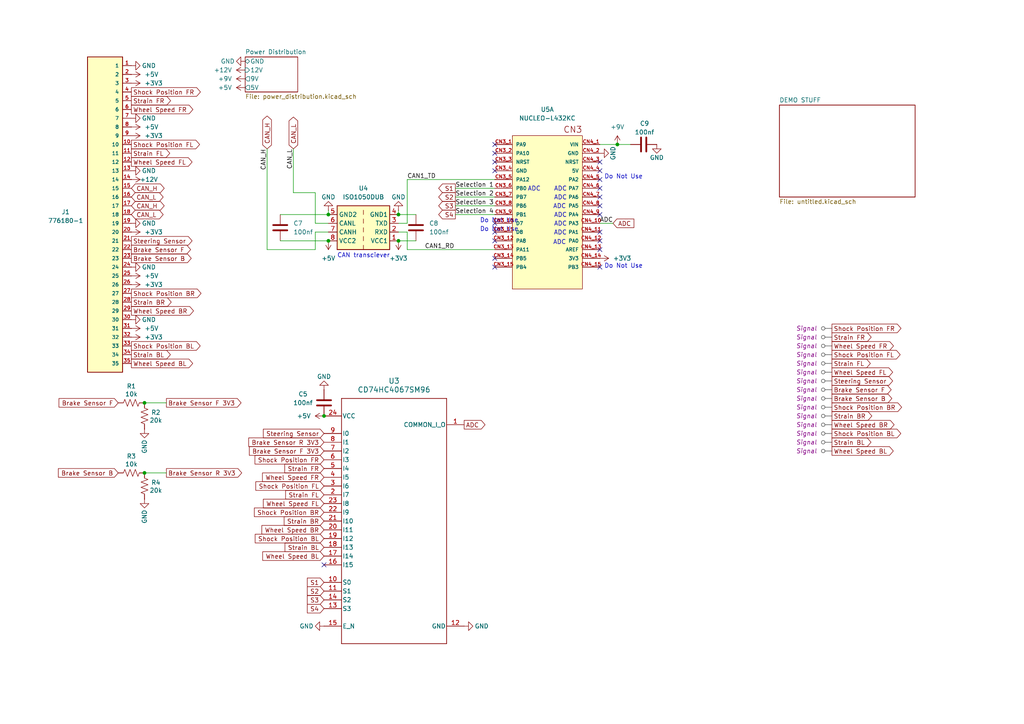
<source format=kicad_sch>
(kicad_sch (version 20231120) (generator "eeschema") (generator_version "8.0")
  (paper "A4")
  (title_block (title "Telemetry Board") (date "2024-10-24") (rev "1.0"))
  (lib_symbols
    (symbol "1FS_2_Global_Symbol_Library:776180-1" (pin_names (offset 1.016))
      (property "Reference" "J" (at -5.0846 43.9815 0))
      (property "Value" "776180-1" (at -5.3391 -50.5938 0))
      (symbol "776180-1_0_0"
        (rectangle (start -5.08 -48.26) (end 5.08 43.18) (stroke (width 0.254)) (fill (type background)))
        (pin passive line (at 7.62 40.64 180) (length 2.54) (name "1") (number "1"))
        (pin passive line (at 7.62 17.78 180) (length 2.54) (name "10") (number "10"))
        (pin passive line (at 7.62 15.24 180) (length 2.54) (name "11") (number "11"))
        (pin passive line (at 7.62 12.7 180) (length 2.54) (name "12") (number "12"))
        (pin passive line (at 7.62 10.16 180) (length 2.54) (name "13") (number "13"))
        (pin passive line (at 7.62 7.62 180) (length 2.54) (name "14") (number "14"))
        (pin passive line (at 7.62 5.08 180) (length 2.54) (name "15") (number "15"))
        (pin passive line (at 7.62 2.54 180) (length 2.54) (name "16") (number "16"))
        (pin passive line (at 7.62 0 180) (length 2.54) (name "17") (number "17"))
        (pin passive line (at 7.62 -2.54 180) (length 2.54) (name "18") (number "18"))
        (pin passive line (at 7.62 -5.08 180) (length 2.54) (name "19") (number "19"))
        (pin passive line (at 7.62 38.1 180) (length 2.54) (name "2") (number "2"))
        (pin passive line (at 7.62 -7.62 180) (length 2.54) (name "20") (number "20"))
        (pin passive line (at 7.62 -10.16 180) (length 2.54) (name "21") (number "21"))
        (pin passive line (at 7.62 -12.7 180) (length 2.54) (name "22") (number "22"))
        (pin passive line (at 7.62 -15.24 180) (length 2.54) (name "23") (number "23"))
        (pin passive line (at 7.62 -17.78 180) (length 2.54) (name "24") (number "24"))
        (pin passive line (at 7.62 -20.32 180) (length 2.54) (name "25") (number "25"))
        (pin passive line (at 7.62 -22.86 180) (length 2.54) (name "26") (number "26"))
        (pin passive line (at 7.62 -25.4 180) (length 2.54) (name "27") (number "27"))
        (pin passive line (at 7.62 -27.94 180) (length 2.54) (name "28") (number "28"))
        (pin passive line (at 7.62 -30.48 180) (length 2.54) (name "29") (number "29"))
        (pin passive line (at 7.62 35.56 180) (length 2.54) (name "3") (number "3"))
        (pin passive line (at 7.62 -33.02 180) (length 2.54) (name "30") (number "30"))
        (pin passive line (at 7.62 -35.56 180) (length 2.54) (name "31") (number "31"))
        (pin passive line (at 7.62 -38.1 180) (length 2.54) (name "32") (number "32"))
        (pin passive line (at 7.62 -40.64 180) (length 2.54) (name "33") (number "33"))
        (pin passive line (at 7.62 -43.18 180) (length 2.54) (name "34") (number "34"))
        (pin passive line (at 7.62 -45.72 180) (length 2.54) (name "35") (number "35"))
        (pin passive line (at 7.62 33.02 180) (length 2.54) (name "4") (number "4"))
        (pin passive line (at 7.62 30.48 180) (length 2.54) (name "5") (number "5"))
        (pin passive line (at 7.62 27.94 180) (length 2.54) (name "6") (number "6"))
        (pin passive line (at 7.62 25.4 180) (length 2.54) (name "7") (number "7"))
        (pin passive line (at 7.62 22.86 180) (length 2.54) (name "8") (number "8"))
        (pin passive line (at 7.62 20.32 180) (length 2.54) (name "9") (number "9"))
      )
    )
    (symbol "1FS_2_Global_Symbol_Library:CD74HC4067SM96" (pin_names (offset 0.254))
      (property "Reference" "U" (at 0 2.54 0))
      (property "Value" "CD74HC4067SM96" (at 0 0 0))
      (symbol "CD74HC4067SM96_0_1"
        (polyline (pts (xy -15.24 -35.56) (xy 15.24 -35.56)) (stroke (width 0.2032)))
        (polyline (pts (xy -15.24 35.56) (xy -15.24 -35.56)) (stroke (width 0.2032)))
        (polyline (pts (xy 15.24 -35.56) (xy 15.24 35.56)) (stroke (width 0.2032)))
        (polyline (pts (xy 15.24 35.56) (xy -15.24 35.56)) (stroke (width 0.2032)))
        (pin bidirectional line (at 20.32 27.94 180) (length 5.08) (name "COMMON_I_O") (number "1"))
        (pin input line (at -20.32 -17.78 0) (length 5.08) (name "S0") (number "10"))
        (pin input line (at -20.32 -20.32 0) (length 5.08) (name "S1") (number "11"))
        (pin power_in line (at 20.32 -30.48 180) (length 5.08) (name "GND") (number "12"))
        (pin input line (at -20.32 -25.4 0) (length 5.08) (name "S3") (number "13"))
        (pin input line (at -20.32 -22.86 0) (length 5.08) (name "S2") (number "14"))
        (pin input line (at -20.32 -30.48 0) (length 5.08) (name "E_N") (number "15"))
        (pin input line (at -20.32 -12.7 0) (length 5.08) (name "I15") (number "16"))
        (pin input line (at -20.32 -10.16 0) (length 5.08) (name "I14") (number "17"))
        (pin input line (at -20.32 -7.62 0) (length 5.08) (name "I13") (number "18"))
        (pin input line (at -20.32 -5.08 0) (length 5.08) (name "I12") (number "19"))
        (pin input line (at -20.32 7.62 0) (length 5.08) (name "I7") (number "2"))
        (pin input line (at -20.32 -2.54 0) (length 5.08) (name "I11") (number "20"))
        (pin input line (at -20.32 0 0) (length 5.08) (name "I10") (number "21"))
        (pin input line (at -20.32 2.54 0) (length 5.08) (name "I9") (number "22"))
        (pin input line (at -20.32 5.08 0) (length 5.08) (name "I8") (number "23"))
        (pin power_in line (at -20.32 30.48 0) (length 5.08) (name "VCC") (number "24"))
        (pin input line (at -20.32 10.16 0) (length 5.08) (name "I6") (number "3"))
        (pin input line (at -20.32 12.7 0) (length 5.08) (name "I5") (number "4"))
        (pin input line (at -20.32 15.24 0) (length 5.08) (name "I4") (number "5"))
        (pin input line (at -20.32 17.78 0) (length 5.08) (name "I3") (number "6"))
        (pin input line (at -20.32 20.32 0) (length 5.08) (name "I2") (number "7"))
        (pin input line (at -20.32 22.86 0) (length 5.08) (name "I1") (number "8"))
        (pin input line (at -20.32 25.4 0) (length 5.08) (name "I0") (number "9"))
      )
    )
    (symbol "1_ACC_BOARD:NUCLEO-L432KC" (pin_names (offset 1.016))
      (property "Reference" "U" (at 10.16 21.082 0))
      (property "Value" "NUCLEO-L432KC" (at -7.62 -25.4 0))
      (symbol "NUCLEO-L432KC_1_0"
        (rectangle (start -10.16 17.78) (end 10.16 -26.67) (stroke (width 0.1524)) (fill (type background)))
        (text "CN3" (at 10.16 18.542 0) (effects (font (size 1.778 1.778)) (justify right bottom)))
        (pin bidirectional line (at -15.24 15.24 0) (length 5.08) (name "PA9") (number "CN3_1"))
        (pin bidirectional line (at -15.24 -12.7 0) (length 5.08) (name "PA8") (number "CN3_12"))
        (pin bidirectional line (at -15.24 -15.24 0) (length 5.08) (name "PA11") (number "CN3_13"))
        (pin bidirectional line (at -15.24 -17.78 0) (length 5.08) (name "PB5") (number "CN3_14"))
        (pin bidirectional line (at -15.24 -20.32 0) (length 5.08) (name "PB4") (number "CN3_15"))
        (pin bidirectional line (at -15.24 12.7 0) (length 5.08) (name "PA10") (number "CN3_2"))
        (pin bidirectional line (at -15.24 5.08 0) (length 5.08) (name "PA12") (number "CN3_5"))
        (pin bidirectional line (at -15.24 2.54 0) (length 5.08) (name "PB0") (number "CN3_6"))
        (pin bidirectional line (at -15.24 0 0) (length 5.08) (name "PB7") (number "CN3_7"))
        (pin bidirectional line (at -15.24 -2.54 0) (length 5.08) (name "PB6") (number "CN3_8"))
        (pin bidirectional line (at -15.24 -5.08 0) (length 5.08) (name "PB1") (number "CN3_9"))
      )
      (symbol "NUCLEO-L432KC_1_1"
        (pin bidirectional line (at -15.24 -7.62 0) (length 5.08) (name "D7") (number "CN3_10"))
        (pin bidirectional line (at -15.24 -10.16 0) (length 5.08) (name "D8") (number "CN3_11"))
        (pin bidirectional line (at -15.24 10.16 0) (length 5.08) (name "NRST") (number "CN3_3"))
        (pin power_in line (at -15.24 7.62 0) (length 5.08) (name "GND") (number "CN3_4"))
        (pin power_in line (at 15.24 15.24 180) (length 5.08) (name "VIN") (number "CN4_1"))
        (pin bidirectional line (at 15.24 -7.62 180) (length 5.08) (name "PA3") (number "CN4_10"))
        (pin bidirectional line (at 15.24 -10.16 180) (length 5.08) (name "PA1") (number "CN4_11"))
        (pin bidirectional line (at 15.24 -12.7 180) (length 5.08) (name "PA0") (number "CN4_12"))
        (pin bidirectional line (at 15.24 -15.24 180) (length 5.08) (name "AREF") (number "CN4_13"))
        (pin power_out line (at 15.24 -17.78 180) (length 5.08) (name "3V3") (number "CN4_14"))
        (pin bidirectional line (at 15.24 -20.32 180) (length 5.08) (name "PB3") (number "CN4_15"))
        (pin power_in line (at 15.24 12.7 180) (length 5.08) (name "GND") (number "CN4_2"))
        (pin bidirectional line (at 15.24 10.16 180) (length 5.08) (name "NRST") (number "CN4_3"))
        (pin power_out line (at 15.24 7.62 180) (length 5.08) (name "5V") (number "CN4_4"))
        (pin bidirectional line (at 15.24 5.08 180) (length 5.08) (name "PA2") (number "CN4_5"))
        (pin bidirectional line (at 15.24 2.54 180) (length 5.08) (name "PA7") (number "CN4_6"))
        (pin bidirectional line (at 15.24 0 180) (length 5.08) (name "PA6") (number "CN4_7"))
        (pin bidirectional line (at 15.24 -2.54 180) (length 5.08) (name "PA5") (number "CN4_8"))
        (pin bidirectional line (at 15.24 -5.08 180) (length 5.08) (name "PA4") (number "CN4_9"))
      )
      (symbol "NUCLEO-L432KC_2_0"
        (rectangle (start -10.16 -17.78) (end 10.16 17.78) (stroke (width 0.1524)) (fill (type background)))
        (text "CN4" (at -10.16 18.542 0) (effects (font (size 1.778 1.778)) (justify left bottom)))
        (pin input line (at -15.24 7.62 0) (length 5.08) (name "VIN") (number "CN4_1"))
        (pin bidirectional line (at -15.24 -10.16 0) (length 5.08) (name "PA3") (number "CN4_10"))
        (pin bidirectional line (at -15.24 -5.08 0) (length 5.08) (name "PA1") (number "CN4_11"))
        (pin bidirectional line (at -15.24 -2.54 0) (length 5.08) (name "PA0") (number "CN4_12"))
        (pin bidirectional line (at 15.24 7.62 180) (length 5.08) (name "AREF") (number "CN4_13"))
        (pin power_in line (at 15.24 12.7 180) (length 5.08) (name "+3V3") (number "CN4_14"))
        (pin bidirectional line (at 15.24 2.54 180) (length 5.08) (name "PB3") (number "CN4_15"))
        (pin power_in line (at 15.24 -15.24 180) (length 5.08) (name "GND_CN4") (number "CN4_2"))
        (pin bidirectional line (at -15.24 2.54 0) (length 5.08) (name "NRST_CN4") (number "CN4_3"))
        (pin power_in line (at 15.24 15.24 180) (length 5.08) (name "+5V") (number "CN4_4"))
        (pin bidirectional line (at -15.24 -7.62 0) (length 5.08) (name "PA2") (number "CN4_5"))
        (pin bidirectional line (at 15.24 -10.16 180) (length 5.08) (name "PA7") (number "CN4_6"))
        (pin bidirectional line (at 15.24 -7.62 180) (length 5.08) (name "PA6") (number "CN4_7"))
        (pin bidirectional line (at 15.24 -5.08 180) (length 5.08) (name "PA5") (number "CN4_8"))
        (pin bidirectional line (at 15.24 -2.54 180) (length 5.08) (name "PA4") (number "CN4_9"))
      )
      (symbol "NUCLEO-L432KC_2_1"
        (pin bidirectional line (at 17.78 6.35 180) (length 5.08) (name "PA2") (number "-UB"))
      )
    )
    (symbol "Device:C" (pin_numbers hide) (pin_names (offset 0.254))
      (property "Reference" "C" (at 0.635 2.54 0))
      (property "Value" "C" (at 0.635 -2.54 0))
      (symbol "C_0_1"
        (polyline (pts (xy -2.032 -0.762) (xy 2.032 -0.762)) (stroke (width 0.508)))
        (polyline (pts (xy -2.032 0.762) (xy 2.032 0.762)) (stroke (width 0.508)))
      )
      (symbol "C_1_1"
        (pin passive line (at 0 3.81 270) (length 2.794) (name "~") (number "1"))
        (pin passive line (at 0 -3.81 90) (length 2.794) (name "~") (number "2"))
      )
    )
    (symbol "Device:R_US" (pin_numbers hide) (pin_names (offset 0))
      (property "Reference" "R" (at 2.54 0 90))
      (property "Value" "R_US" (at -2.54 0 90))
      (symbol "R_US_0_1"
        (polyline (pts (xy 0 -2.286) (xy 0 -2.54)))
        (polyline (pts (xy 0 2.286) (xy 0 2.54)))
        (polyline (pts (xy 0 -0.762) (xy 1.016 -1.143) (xy 0 -1.524) (xy -1.016 -1.905) (xy 0 -2.286)))
        (polyline (pts (xy 0 0.762) (xy 1.016 0.381) (xy 0 0) (xy -1.016 -0.381) (xy 0 -0.762)))
        (polyline (pts (xy 0 2.286) (xy 1.016 1.905) (xy 0 1.524) (xy -1.016 1.143) (xy 0 0.762)))
      )
      (symbol "R_US_1_1"
        (pin passive line (at 0 3.81 270) (length 1.27) (name "~") (number "1"))
        (pin passive line (at 0 -3.81 90) (length 1.27) (name "~") (number "2"))
      )
    )
    (symbol "Interface_CAN_LIN:ISO1050DUB"
      (property "Reference" "U" (at -6.35 6.35 0))
      (property "Value" "ISO1050DUB" (at 2.54 6.35 0))
      (symbol "ISO1050DUB_0_1"
        (rectangle (start -7.62 5.08) (end 7.62 -7.62) (stroke (width 0.254)) (fill (type background)))
        (polyline (pts (xy 0 -5.08) (xy 0 -6.35)))
        (polyline (pts (xy 0 -2.54) (xy 0 -3.81)))
        (polyline (pts (xy 0 0) (xy 0 -1.27)))
        (polyline (pts (xy 0 2.54) (xy 0 1.27)))
        (polyline (pts (xy 0 5.08) (xy 0 3.81)))
      )
      (symbol "ISO1050DUB_1_1"
        (pin power_in line (at -10.16 2.54 0) (length 2.54) (name "VCC1") (number "1"))
        (pin output line (at -10.16 0 0) (length 2.54) (name "RXD") (number "2"))
        (pin input line (at -10.16 -2.54 0) (length 2.54) (name "TXD") (number "3"))
        (pin power_in line (at -10.16 -5.08 0) (length 2.54) (name "GND1") (number "4"))
        (pin power_in line (at 10.16 -5.08 180) (length 2.54) (name "GND2") (number "5"))
        (pin bidirectional line (at 10.16 -2.54 180) (length 2.54) (name "CANL") (number "6"))
        (pin bidirectional line (at 10.16 0 180) (length 2.54) (name "CANH") (number "7"))
        (pin power_in line (at 10.16 2.54 180) (length 2.54) (name "VCC2") (number "8"))
      )
    )
    (symbol "power:+12V" (power) (pin_numbers hide) (pin_names (offset 0) hide)
      (property "Value" "+12V" (at 0 3.556 0))
      (symbol "+12V_0_1"
        (polyline (pts (xy -0.762 1.27) (xy 0 2.54)))
        (polyline (pts (xy 0 0) (xy 0 2.54)))
        (polyline (pts (xy 0 2.54) (xy 0.762 1.27)))
      )
      (symbol "+12V_1_1"
        (pin power_in line (at 0 0 90) (length 0) (name "~") (number "1"))
      )
    )
    (symbol "power:+3V3" (power) (pin_numbers hide) (pin_names (offset 0) hide)
      (property "Value" "+3V3" (at 0 3.556 0))
      (symbol "+3V3_0_1"
        (polyline (pts (xy -0.762 1.27) (xy 0 2.54)))
        (polyline (pts (xy 0 0) (xy 0 2.54)))
        (polyline (pts (xy 0 2.54) (xy 0.762 1.27)))
      )
      (symbol "+3V3_1_1"
        (pin power_in line (at 0 0 90) (length 0) (name "~") (number "1"))
      )
    )
    (symbol "power:+5V" (power) (pin_numbers hide) (pin_names (offset 0) hide)
      (property "Value" "+5V" (at 0 3.556 0))
      (symbol "+5V_0_1"
        (polyline (pts (xy -0.762 1.27) (xy 0 2.54)))
        (polyline (pts (xy 0 0) (xy 0 2.54)))
        (polyline (pts (xy 0 2.54) (xy 0.762 1.27)))
      )
      (symbol "+5V_1_1"
        (pin power_in line (at 0 0 90) (length 0) (name "~") (number "1"))
      )
    )
    (symbol "power:+9V" (power) (pin_numbers hide) (pin_names (offset 0) hide)
      (property "Value" "+9V" (at 0 3.556 0))
      (symbol "+9V_0_1"
        (polyline (pts (xy -0.762 1.27) (xy 0 2.54)))
        (polyline (pts (xy 0 0) (xy 0 2.54)))
        (polyline (pts (xy 0 2.54) (xy 0.762 1.27)))
      )
      (symbol "+9V_1_1"
        (pin power_in line (at 0 0 90) (length 0) (name "~") (number "1"))
      )
    )
    (symbol "power:GND" (power) (pin_numbers hide) (pin_names (offset 0) hide)
      (property "Value" "GND" (at 0 -3.81 0))
      (symbol "GND_0_1"
        (polyline (pts (xy 0 0) (xy 0 -1.27) (xy 1.27 -1.27) (xy 0 -2.54) (xy -1.27 -1.27) (xy 0 -1.27)))
      )
      (symbol "GND_1_1"
        (pin power_in line (at 0 0 270) (length 0) (name "~") (number "1"))
      )
    )
  )
  (junction (at 41.91 116.84))
  (junction (at 95.25 69.85))
  (junction (at 41.91 137.16))
  (junction (at 115.57 62.23))
  (junction (at 93.98 120.65))
  (junction (at 115.57 69.85))
  (junction (at 95.25 62.23))
  (junction (at 179.07 41.91))
  (no_connect (at 143.51 44.45))
  (no_connect (at 173.99 49.53))
  (no_connect (at 173.99 54.61))
  (no_connect (at 143.51 64.77))
  (no_connect (at 173.99 59.69))
  (no_connect (at 143.51 49.53))
  (no_connect (at 143.51 74.93))
  (no_connect (at 143.51 69.85))
  (no_connect (at 173.99 72.39))
  (no_connect (at 173.99 77.47))
  (no_connect (at 143.51 77.47))
  (no_connect (at 173.99 46.99))
  (no_connect (at 173.99 67.31))
  (no_connect (at 173.99 62.23))
  (no_connect (at 143.51 41.91))
  (no_connect (at 173.99 57.15))
  (no_connect (at 143.51 46.99))
  (no_connect (at 173.99 69.85))
  (no_connect (at 173.99 52.07))
  (no_connect (at 143.51 67.31))
  (no_connect (at 93.98 163.83))
  (wire (pts (xy 173.99 64.77) (xy 177.8 64.77)))
  (wire (pts (xy 115.57 62.23) (xy 120.65 62.23)))
  (wire (pts (xy 143.51 72.39) (xy 118.11 72.39)))
  (wire (pts (xy 48.26 137.16) (xy 41.91 137.16)))
  (wire (pts (xy 91.44 55.88) (xy 85.09 55.88)))
  (wire (pts (xy 115.57 60.96) (xy 115.57 62.23)))
  (wire (pts (xy 118.11 67.31) (xy 115.57 67.31)))
  (wire (pts (xy 77.47 43.18) (xy 77.47 72.39)))
  (wire (pts (xy 132.08 54.61) (xy 143.51 54.61)))
  (wire (pts (xy 118.11 52.07) (xy 143.51 52.07)))
  (wire (pts (xy 182.88 41.91) (xy 179.07 41.91)))
  (wire (pts (xy 132.08 57.15) (xy 143.51 57.15)))
  (wire (pts (xy 77.47 72.39) (xy 91.44 72.39)))
  (wire (pts (xy 95.25 60.96) (xy 95.25 62.23)))
  (wire (pts (xy 115.57 69.85) (xy 120.65 69.85)))
  (wire (pts (xy 91.44 67.31) (xy 95.25 67.31)))
  (wire (pts (xy 48.26 116.84) (xy 41.91 116.84)))
  (wire (pts (xy 81.28 69.85) (xy 95.25 69.85)))
  (wire (pts (xy 91.44 72.39) (xy 91.44 67.31)))
  (wire (pts (xy 173.99 41.91) (xy 179.07 41.91)))
  (wire (pts (xy 91.44 64.77) (xy 95.25 64.77)))
  (wire (pts (xy 91.44 55.88) (xy 91.44 64.77)))
  (wire (pts (xy 132.08 62.23) (xy 143.51 62.23)))
  (wire (pts (xy 115.57 64.77) (xy 118.11 64.77)))
  (wire (pts (xy 81.28 62.23) (xy 95.25 62.23)))
  (wire (pts (xy 118.11 64.77) (xy 118.11 52.07)))
  (wire (pts (xy 132.08 59.69) (xy 143.51 59.69)))
  (wire (pts (xy 85.09 43.18) (xy 85.09 55.88)))
  (wire (pts (xy 118.11 67.31) (xy 118.11 72.39)))
  (text "Do Not Use\n" (at 175.26 77.978 0) (effects (font (size 1.27 1.27)) (justify left bottom)))
  (text "1 CAN bus -> 2 CAN Busses\nSPI Connected to 2 can controllers\nhttps://ww1.microchip.com/downloads/en/DeviceDoc/MCP2515-Stand-Alone-CAN-Controller-with-SPI-20001801J.pdf\nperipheral boards being replaced with CAN (Except power and ground)\nMake a list of sensors that need to be powered by PDB\nReach out to AUTO companies for flow sensor(s)\nUpdate conneter to have power(and gnd), can x2, power to peripherals (and gnd), direct inputs.\nDirect inputs go to multiplexer." (at 149.352 -9.652 0) (effects (font (size 1.27 1.27))))
  (text "Do Not Use\n" (at 175.26 52.07 0) (effects (font (size 1.27 1.27)) (justify left bottom)))
  (text "CAN transciever" (at 97.79 74.93 0) (effects (font (size 1.27 1.27)) (justify left bottom)))
  (text "ADC" (at 162.306 59.944 0) (effects (font (size 1.27 1.27))))
  (text "ADC" (at 162.56 57.404 0) (effects (font (size 1.27 1.27))))
  (text "ADC" (at 154.94 54.864 0) (effects (font (size 1.27 1.27))))
  (text "ADC" (at 162.56 54.864 0) (effects (font (size 1.27 1.27))))
  (text "Do Not Use\n" (at 139.192 67.31 0) (effects (font (size 1.27 1.27)) (justify left bottom)))
  (text "ADC" (at 162.56 62.484 0) (effects (font (size 1.27 1.27))))
  (text "ADC" (at 162.56 65.024 0) (effects (font (size 1.27 1.27))))
  (text "Do Not Use\n" (at 139.192 64.77 0) (effects (font (size 1.27 1.27)) (justify left bottom)))
  (text "ADC" (at 162.306 70.358 0) (effects (font (size 1.27 1.27))))
  (text "ADC" (at 162.5154 67.5893 0) (effects (font (size 1.27 1.27))))
  (label "CAN_H" (at 77.47 43.18 270))
  (label "CAN1_RD" (at 123.19 72.39 0))
  (label "Selection 4" (at 132.08 62.23 0))
  (label "Selection 2" (at 132.08 57.15 0))
  (label "CAN_L" (at 85.09 43.18 270))
  (label "Selection 3" (at 132.08 59.69 0))
  (label "CAN1_TD" (at 118.11 52.07 0))
  (label "ADC" (at 177.8 64.77 180))
  (label "Selection 1" (at 132.08 54.61 0))
  (global_label "Wheel Speed FL" (shape output) (at 38.1 46.99 0) (property "Intersheetrefs" "${INTERSHEET_REFS}" (effects (hide yes))))
  (global_label "Wheel Speed FR" (shape output) (at 241.3 100.33 0) (property "Intersheetrefs" "${INTERSHEET_REFS}" (effects (hide yes))))
  (global_label "Strain BL" (shape output) (at 38.1 102.87 0) (property "Intersheetrefs" "${INTERSHEET_REFS}" (effects (hide yes))))
  (global_label "CAN_L" (shape bidirectional) (at 38.1 62.23 0) (property "Intersheetrefs" "${INTERSHEET_REFS}" (effects (hide yes))))
  (global_label "Wheel Speed BL" (shape output) (at 241.3 130.81 0) (property "Intersheetrefs" "${INTERSHEET_REFS}" (effects (hide yes))))
  (global_label "S4" (shape output) (at 132.08 62.23 180) (property "Intersheetrefs" "${INTERSHEET_REFS}" (effects (hide yes))))
  (global_label "Strain FR" (shape output) (at 38.1 29.21 0) (property "Intersheetrefs" "${INTERSHEET_REFS}" (effects (hide yes))))
  (global_label "Wheel Speed BR" (shape output) (at 241.3 123.19 0) (property "Intersheetrefs" "${INTERSHEET_REFS}" (effects (hide yes))))
  (global_label "Wheel Speed FL" (shape output) (at 241.3 107.95 0) (property "Intersheetrefs" "${INTERSHEET_REFS}" (effects (hide yes))))
  (global_label "CAN_L" (shape bidirectional) (at 85.09 43.18 90) (property "Intersheetrefs" "${INTERSHEET_REFS}" (effects (hide yes))))
  (global_label "Shock Position FR" (shape output) (at 38.1 26.67 0) (property "Intersheetrefs" "${INTERSHEET_REFS}" (effects (hide yes))))
  (global_label "Brake Sensor F" (shape output) (at 38.1 72.39 0) (property "Intersheetrefs" "${INTERSHEET_REFS}" (effects (hide yes))))
  (global_label "Strain FL" (shape input) (at 93.98 143.51 180) (property "Intersheetrefs" "${INTERSHEET_REFS}" (effects (hide yes))))
  (global_label "Shock Position BR" (shape output) (at 241.3 118.11 0) (property "Intersheetrefs" "${INTERSHEET_REFS}" (effects (hide yes))))
  (global_label "Wheel Speed FR" (shape input) (at 93.98 138.43 180) (property "Intersheetrefs" "${INTERSHEET_REFS}" (effects (hide yes))))
  (global_label "Shock Position FL" (shape output) (at 38.1 41.91 0) (property "Intersheetrefs" "${INTERSHEET_REFS}" (effects (hide yes))))
  (global_label "Strain FR" (shape input) (at 93.98 135.89 180) (property "Intersheetrefs" "${INTERSHEET_REFS}" (effects (hide yes))))
  (global_label "Shock Position BR" (shape output) (at 38.1 85.09 0) (property "Intersheetrefs" "${INTERSHEET_REFS}" (effects (hide yes))))
  (global_label "Shock Position FR" (shape output) (at 241.3 95.25 0) (property "Intersheetrefs" "${INTERSHEET_REFS}" (effects (hide yes))))
  (global_label "Brake Sensor F 3V3" (shape output) (at 48.26 116.84 0) (property "Intersheetrefs" "${INTERSHEET_REFS}" (effects (hide yes))))
  (global_label "Steering Sensor" (shape input) (at 93.98 125.73 180) (property "Intersheetrefs" "${INTERSHEET_REFS}" (effects (hide yes))))
  (global_label "Shock Position BR" (shape input) (at 93.98 148.59 180) (property "Intersheetrefs" "${INTERSHEET_REFS}" (effects (hide yes))))
  (global_label "S2" (shape output) (at 132.08 57.15 180) (property "Intersheetrefs" "${INTERSHEET_REFS}" (effects (hide yes))))
  (global_label "Shock Position BL" (shape input) (at 93.98 156.21 180) (property "Intersheetrefs" "${INTERSHEET_REFS}" (effects (hide yes))))
  (global_label "Strain FR" (shape output) (at 241.3 97.79 0) (property "Intersheetrefs" "${INTERSHEET_REFS}" (effects (hide yes))))
  (global_label "ADC" (shape input) (at 177.8 64.77 0) (property "Intersheetrefs" "${INTERSHEET_REFS}" (effects (hide yes))))
  (global_label "CAN_H" (shape bidirectional) (at 38.1 59.69 0) (property "Intersheetrefs" "${INTERSHEET_REFS}" (effects (hide yes))))
  (global_label "Strain FL" (shape output) (at 241.3 105.41 0) (property "Intersheetrefs" "${INTERSHEET_REFS}" (effects (hide yes))))
  (global_label "S2" (shape input) (at 93.98 171.45 180) (property "Intersheetrefs" "${INTERSHEET_REFS}" (effects (hide yes))))
  (global_label "Wheel Speed BL" (shape output) (at 38.1 105.41 0) (property "Intersheetrefs" "${INTERSHEET_REFS}" (effects (hide yes))))
  (global_label "Shock Position FR" (shape input) (at 93.98 133.35 180) (property "Intersheetrefs" "${INTERSHEET_REFS}" (effects (hide yes))))
  (global_label "ADC" (shape output) (at 134.62 123.19 0) (property "Intersheetrefs" "${INTERSHEET_REFS}" (effects (hide yes))))
  (global_label "Shock Position FL" (shape output) (at 241.3 102.87 0) (property "Intersheetrefs" "${INTERSHEET_REFS}" (effects (hide yes))))
  (global_label "S1" (shape input) (at 93.98 168.91 180) (property "Intersheetrefs" "${INTERSHEET_REFS}" (effects (hide yes))))
  (global_label "Strain BR" (shape input) (at 93.98 151.13 180) (property "Intersheetrefs" "${INTERSHEET_REFS}" (effects (hide yes))))
  (global_label "Brake Sensor B" (shape input) (at 34.29 137.16 180) (property "Intersheetrefs" "${INTERSHEET_REFS}" (effects (hide yes))))
  (global_label "Brake Sensor F" (shape output) (at 241.3 113.03 0) (property "Intersheetrefs" "${INTERSHEET_REFS}" (effects (hide yes))))
  (global_label "Wheel Speed FR" (shape output) (at 38.1 31.75 0) (property "Intersheetrefs" "${INTERSHEET_REFS}" (effects (hide yes))))
  (global_label "Brake Sensor F" (shape input) (at 34.29 116.84 180) (property "Intersheetrefs" "${INTERSHEET_REFS}" (effects (hide yes))))
  (global_label "Wheel Speed BR" (shape input) (at 93.98 153.67 180) (property "Intersheetrefs" "${INTERSHEET_REFS}" (effects (hide yes))))
  (global_label "Strain FL" (shape output) (at 38.1 44.45 0) (property "Intersheetrefs" "${INTERSHEET_REFS}" (effects (hide yes))))
  (global_label "Strain BL" (shape input) (at 93.98 158.75 180) (property "Intersheetrefs" "${INTERSHEET_REFS}" (effects (hide yes))))
  (global_label "Steering Sensor" (shape output) (at 38.1 69.85 0) (property "Intersheetrefs" "${INTERSHEET_REFS}" (effects (hide yes))))
  (global_label "Brake Sensor R 3V3" (shape output) (at 48.26 137.16 0) (property "Intersheetrefs" "${INTERSHEET_REFS}" (effects (hide yes))))
  (global_label "CAN_H" (shape bidirectional) (at 38.1 54.61 0) (property "Intersheetrefs" "${INTERSHEET_REFS}" (effects (hide yes))))
  (global_label "S3" (shape output) (at 132.08 59.69 180) (property "Intersheetrefs" "${INTERSHEET_REFS}" (effects (hide yes))))
  (global_label "Shock Position BL" (shape output) (at 38.1 100.33 0) (property "Intersheetrefs" "${INTERSHEET_REFS}" (effects (hide yes))))
  (global_label "Wheel Speed BL" (shape input) (at 93.98 161.29 180) (property "Intersheetrefs" "${INTERSHEET_REFS}" (effects (hide yes))))
  (global_label "CAN_L" (shape bidirectional) (at 38.1 57.15 0) (property "Intersheetrefs" "${INTERSHEET_REFS}" (effects (hide yes))))
  (global_label "Wheel Speed FL" (shape input) (at 93.98 146.05 180) (property "Intersheetrefs" "${INTERSHEET_REFS}" (effects (hide yes))))
  (global_label "Shock Position FL" (shape input) (at 93.98 140.97 180) (property "Intersheetrefs" "${INTERSHEET_REFS}" (effects (hide yes))))
  (global_label "Strain BL" (shape output) (at 241.3 128.27 0) (property "Intersheetrefs" "${INTERSHEET_REFS}" (effects (hide yes))))
  (global_label "Steering Sensor" (shape output) (at 241.3 110.49 0) (property "Intersheetrefs" "${INTERSHEET_REFS}" (effects (hide yes))))
  (global_label "CAN_H" (shape bidirectional) (at 77.47 43.18 90) (property "Intersheetrefs" "${INTERSHEET_REFS}" (effects (hide yes))))
  (global_label "Brake Sensor B" (shape output) (at 241.3 115.57 0) (property "Intersheetrefs" "${INTERSHEET_REFS}" (effects (hide yes))))
  (global_label "Brake Sensor R 3V3" (shape input) (at 93.98 128.27 180) (property "Intersheetrefs" "${INTERSHEET_REFS}" (effects (hide yes))))
  (global_label "Strain BR" (shape output) (at 241.3 120.65 0) (property "Intersheetrefs" "${INTERSHEET_REFS}" (effects (hide yes))))
  (global_label "S4" (shape input) (at 93.98 176.53 180) (property "Intersheetrefs" "${INTERSHEET_REFS}" (effects (hide yes))))
  (global_label "S1" (shape output) (at 132.08 54.61 180) (property "Intersheetrefs" "${INTERSHEET_REFS}" (effects (hide yes))))
  (global_label "Shock Position BL" (shape output) (at 241.3 125.73 0) (property "Intersheetrefs" "${INTERSHEET_REFS}" (effects (hide yes))))
  (global_label "Brake Sensor F 3V3" (shape input) (at 93.98 130.81 180) (property "Intersheetrefs" "${INTERSHEET_REFS}" (effects (hide yes))))
  (global_label "S3" (shape input) (at 93.98 173.99 180) (property "Intersheetrefs" "${INTERSHEET_REFS}" (effects (hide yes))))
  (global_label "Strain BR" (shape output) (at 38.1 87.63 0) (property "Intersheetrefs" "${INTERSHEET_REFS}" (effects (hide yes))))
  (global_label "Wheel Speed BR" (shape output) (at 38.1 90.17 0) (property "Intersheetrefs" "${INTERSHEET_REFS}" (effects (hide yes))))
  (global_label "Brake Sensor B" (shape output) (at 38.1 74.93 0) (property "Intersheetrefs" "${INTERSHEET_REFS}" (effects (hide yes))))
  (netclass_flag "" (length 2.54) (shape round) (at 241.3 102.87 90) (property "Netclass" "Signal" (at 230.886 102.87 0) (effects (font (italic yes)) (justify left))))
  (netclass_flag "" (length 2.54) (shape round) (at 241.3 110.49 90) (property "Netclass" "Signal" (at 230.886 110.49 0) (effects (font (italic yes)) (justify left))))
  (netclass_flag "" (length 2.54) (shape round) (at 241.3 125.73 90) (property "Netclass" "Signal" (at 230.886 125.73 0) (effects (font (italic yes)) (justify left))))
  (netclass_flag "" (length 2.54) (shape round) (at 241.3 105.41 90) (property "Netclass" "Signal" (at 230.886 105.41 0) (effects (font (italic yes)) (justify left))))
  (netclass_flag "" (length 2.54) (shape round) (at 241.3 100.33 90) (property "Netclass" "Signal" (at 230.886 100.33 0) (effects (font (italic yes)) (justify left))))
  (netclass_flag "" (length 2.54) (shape round) (at 241.3 118.11 90) (property "Netclass" "Signal" (at 230.886 118.11 0) (effects (font (italic yes)) (justify left))))
  (netclass_flag "" (length 2.54) (shape round) (at 241.3 97.79 90) (property "Netclass" "Signal" (at 230.886 97.79 0) (effects (font (italic yes)) (justify left))))
  (netclass_flag "" (length 2.54) (shape round) (at 241.3 123.19 90) (property "Netclass" "Signal" (at 230.886 123.19 0) (effects (font (italic yes)) (justify left))))
  (netclass_flag "" (length 2.54) (shape round) (at 241.3 95.25 90) (property "Netclass" "Signal" (at 230.886 95.25 0) (effects (font (italic yes)) (justify left))))
  (netclass_flag "" (length 2.54) (shape round) (at 241.3 120.65 90) (property "Netclass" "Signal" (at 230.886 120.65 0) (effects (font (italic yes)) (justify left))))
  (netclass_flag "" (length 2.54) (shape round) (at 241.3 130.81 90) (property "Netclass" "Signal" (at 230.886 130.81 0) (effects (font (italic yes)) (justify left))))
  (netclass_flag "" (length 2.54) (shape round) (at 241.3 107.95 90) (property "Netclass" "Signal" (at 230.886 107.95 0) (effects (font (italic yes)) (justify left))))
  (netclass_flag "" (length 2.54) (shape round) (at 241.3 128.27 90) (property "Netclass" "Signal" (at 230.886 128.27 0) (effects (font (italic yes)) (justify left))))
  (netclass_flag "" (length 2.54) (shape round) (at 241.3 113.03 90) (property "Netclass" "Signal" (at 230.886 113.03 0) (effects (font (italic yes)) (justify left))))
  (netclass_flag "" (length 2.54) (shape round) (at 241.3 115.57 90) (property "Netclass" "Signal" (at 230.886 115.57 0) (effects (font (italic yes)) (justify left))))
  (symbol (lib_id "Device:C") (at 186.69 41.91 90) (unit 1)
    (property "Reference" "C9" (at 186.944 35.814 90))
    (property "Value" "100nf" (at 186.944 38.354 90))
    (property "Footprint" "Capacitor_SMD:C_0805_2012Metric_Pad1.18x1.45mm_HandSolder" (effects (hide yes)))
  )
  (symbol (lib_id "power:+5V") (at 38.1 80.01 270) (mirror x) (unit 1)
    (property "Reference" "#PWR026" (effects (hide yes)))
    (property "Value" "+5V" (at 41.91 80.0101 90) (effects (justify left)))
    (property "Description" "Power symbol creates a global label with name \"+5V\"" (effects (hide yes)))
  )
  (symbol (lib_id "power:GND") (at 93.98 113.03 180) (unit 1)
    (property "Reference" "#PWR032" (effects (hide yes)))
    (property "Value" "GND" (at 93.98 109.22 0))
  )
  (symbol (lib_id "power:GND") (at 115.57 60.96 180) (unit 1)
    (property "Reference" "#PWR038" (effects (hide yes)))
    (property "Value" "GND" (at 115.57 57.15 0))
  )
  (symbol (lib_id "power:+5V") (at 38.1 21.59 270) (mirror x) (unit 1)
    (property "Reference" "#PWR023" (effects (hide yes)))
    (property "Value" "+5V" (at 41.91 21.5901 90) (effects (justify left)))
    (property "Description" "Power symbol creates a global label with name \"+5V\"" (effects (hide yes)))
  )
  (symbol (lib_id "power:+3V3") (at 38.1 39.37 270) (unit 1)
    (property "Reference" "#PWR043" (effects (hide yes)))
    (property "Value" "+3V3" (at 41.91 39.3699 90) (effects (justify left)))
    (property "Description" "Power symbol creates a global label with name \"+3V3\"" (effects (hide yes)))
  )
  (symbol (lib_id "power:GND") (at 38.1 92.71 90) (unit 1)
    (property "Reference" "#PWR028" (effects (hide yes)))
    (property "Value" "GND" (at 43.18 92.71 90))
    (property "Description" "Power symbol creates a global label with name \"GND\" , ground" (effects (hide yes)))
  )
  (symbol (lib_id "Device:R_US") (at 41.91 120.65 180) (unit 1)
    (property "Reference" "R2" (at 45.212 119.634 0))
    (property "Value" "20k" (at 45.212 121.92 0))
    (property "Footprint" "Resistor_SMD:R_0805_2012Metric_Pad1.20x1.40mm_HandSolder" (effects (hide yes)))
  )
  (symbol (lib_id "power:+3V3") (at 38.1 67.31 270) (unit 1)
    (property "Reference" "#PWR014" (effects (hide yes)))
    (property "Value" "+3V3" (at 41.91 67.3099 90) (effects (justify left)))
    (property "Description" "Power symbol creates a global label with name \"+3V3\"" (effects (hide yes)))
  )
  (symbol (lib_id "1_ACC_BOARD:NUCLEO-L432KC") (at 158.75 57.15 0) (unit 1)
    (property "Reference" "U5" (at 158.75 31.75 0))
    (property "Value" "NUCLEO-L432KC" (at 158.75 34.29 0))
    (property "Footprint" "1FS_2_Global_Footprint_Library:MODULE_NUCLEO-L432KC" (effects (hide yes)))
    (property "PARTREV" "N/A" (effects (hide yes)))
    (property "STANDARD" "Manufacturer Recommendations" (effects (hide yes)))
    (property "MAXIMUM_PACKAGE_HEIGHT" "N/A" (effects (hide yes)))
    (property "MANUFACTURER" "ST Microelectronics" (effects (hide yes)))
  )
  (symbol (lib_id "power:+12V") (at 71.12 20.32 90) (unit 1)
    (property "Reference" "#PWR021" (effects (hide yes)))
    (property "Value" "+12V" (at 67.31 20.3199 90) (effects (justify left)))
    (property "Description" "Power symbol creates a global label with name \"+12V\"" (effects (hide yes)))
  )
  (symbol (lib_id "power:+3V3") (at 173.99 74.93 270) (unit 1)
    (property "Reference" "#PWR01" (effects (hide yes)))
    (property "Value" "+3V3" (at 177.8 74.9299 90) (effects (justify left)))
    (property "Description" "Power symbol creates a global label with name \"+3V3\"" (effects (hide yes)))
  )
  (symbol (lib_id "power:+5V") (at 38.1 36.83 270) (mirror x) (unit 1)
    (property "Reference" "#PWR019" (effects (hide yes)))
    (property "Value" "+5V" (at 41.91 36.8301 90) (effects (justify left)))
    (property "Description" "Power symbol creates a global label with name \"+5V\"" (effects (hide yes)))
  )
  (symbol (lib_id "power:+3V3") (at 115.57 69.85 180) (unit 1)
    (property "Reference" "#PWR015" (effects (hide yes)))
    (property "Value" "+3V3" (at 115.57 74.93 0))
    (property "Description" "Power symbol creates a global label with name \"+3V3\"" (effects (hide yes)))
  )
  (symbol (lib_id "power:GND") (at 173.99 44.45 90) (unit 1)
    (property "Reference" "#PWR040" (effects (hide yes)))
    (property "Value" "GND" (at 177.8 44.45 0))
  )
  (symbol (lib_id "power:+3V3") (at 38.1 97.79 270) (unit 1)
    (property "Reference" "#PWR039" (effects (hide yes)))
    (property "Value" "+3V3" (at 41.91 97.7899 90) (effects (justify left)))
    (property "Description" "Power symbol creates a global label with name \"+3V3\"" (effects (hide yes)))
  )
  (symbol (lib_id "power:+5V") (at 93.98 120.65 90) (mirror x) (unit 1)
    (property "Reference" "#PWR020" (effects (hide yes)))
    (property "Value" "+5V" (at 90.17 120.6499 90) (effects (justify left)))
    (property "Description" "Power symbol creates a global label with name \"+5V\"" (effects (hide yes)))
  )
  (symbol (lib_id "power:+12V") (at 38.1 52.07 270) (unit 1)
    (property "Reference" "#PWR02" (effects (hide yes)))
    (property "Value" "+12V" (at 43.18 52.07 90))
    (property "Description" "Power symbol creates a global label with name \"+12V\"" (effects (hide yes)))
  )
  (symbol (lib_id "power:GND") (at 190.5 41.91 0) (unit 1)
    (property "Reference" "#PWR042" (effects (hide yes)))
    (property "Value" "GND" (at 190.5 45.72 0))
  )
  (symbol (lib_id "power:GND") (at 38.1 49.53 90) (unit 1)
    (property "Reference" "#PWR05" (effects (hide yes)))
    (property "Value" "GND" (at 43.18 49.53 90))
    (property "Description" "Power symbol creates a global label with name \"GND\" , ground" (effects (hide yes)))
  )
  (symbol (lib_id "power:GND") (at 38.1 64.77 90) (unit 1)
    (property "Reference" "#PWR035" (effects (hide yes)))
    (property "Value" "GND" (at 43.18 64.77 90))
    (property "Description" "Power symbol creates a global label with name \"GND\" , ground" (effects (hide yes)))
  )
  (symbol (lib_id "power:GND") (at 38.1 34.29 90) (unit 1)
    (property "Reference" "#PWR018" (effects (hide yes)))
    (property "Value" "GND" (at 43.18 34.29 90))
    (property "Description" "Power symbol creates a global label with name \"GND\" , ground" (effects (hide yes)))
  )
  (symbol (lib_id "Device:R_US") (at 41.91 140.97 180) (unit 1)
    (property "Reference" "R4" (at 45.212 139.954 0))
    (property "Value" "20k" (at 45.212 142.24 0))
    (property "Footprint" "Resistor_SMD:R_0805_2012Metric_Pad1.20x1.40mm_HandSolder" (effects (hide yes)))
  )
  (symbol (lib_id "1FS_2_Global_Symbol_Library:CD74HC4067SM96") (at 114.3 151.13 0) (unit 1)
    (property "Reference" "U3" (at 114.3 110.49 0) (effects (font (size 1.524 1.524))))
    (property "Value" "CD74HC4067SM96" (at 114.3 113.03 0) (effects (font (size 1.524 1.524))))
    (property "Footprint" "Package_SO:SSOP-24_5.3x8.2mm_P0.65mm" (effects (hide yes)))
    (property "Datasheet" "https://www.ti.com/lit/ds/symlink/cd74hc4067.pdf?HQS=dis-dk-null-digikeymode-dsf-pf-null-wwe&ts=1724866090865&ref_url=https%253A%252F%252Fwww.ti.com%252Fgeneral%252Fdocs%252Fsuppproductinfo.tsp%253FdistId%253D10%2526gotoUrl%253Dhttps%253A%252F%252Fwww.ti.com%252Flit%252Fgpn%252Fcd74hc4067" (effects (hide yes)))
    (property "Description" "16 input multiplexer" (effects (hide yes)))
  )
  (symbol (lib_id "power:GND") (at 93.98 181.61 270) (unit 1)
    (property "Reference" "#PWR022" (effects (hide yes)))
    (property "Value" "GND" (at 88.9 181.61 90))
    (property "Description" "Power symbol creates a global label with name \"GND\" , ground" (effects (hide yes)))
  )
  (symbol (lib_id "1FS_2_Global_Symbol_Library:776180-1") (at 30.48 59.69 0) (unit 1)
    (property "Reference" "J1" (at 19.05 61.468 0))
    (property "Value" "776180-1" (at 19.05 64.008 0))
    (property "Footprint" "1FS_2_Global_Footprint_Library:TE_776180-1" (effects (hide yes)))
    (property "Description" "35 pin 90 degree AMPSEAL connector" (effects (hide yes)))
    (property "PARTREV" "H7" (effects (hide yes)))
    (property "STANDARD" "STANDARED RECOMENDATION" (effects (hide yes)))
    (property "MANUFACTURER" "TE CONNECTIVITY" (effects (hide yes)))
  )
  (symbol (lib_id "power:GND") (at 38.1 19.05 90) (unit 1)
    (property "Reference" "#PWR017" (effects (hide yes)))
    (property "Value" "GND" (at 43.18 19.05 90))
    (property "Description" "Power symbol creates a global label with name \"GND\" , ground" (effects (hide yes)))
  )
  (symbol (lib_id "power:+5V") (at 38.1 95.25 270) (mirror x) (unit 1)
    (property "Reference" "#PWR029" (effects (hide yes)))
    (property "Value" "+5V" (at 41.91 95.2501 90) (effects (justify left)))
    (property "Description" "Power symbol creates a global label with name \"+5V\"" (effects (hide yes)))
  )
  (symbol (lib_id "power:GND") (at 41.91 124.46 0) (unit 1)
    (property "Reference" "#PWR027" (effects (hide yes)))
    (property "Value" "GND" (at 41.91 129.54 90))
    (property "Description" "Power symbol creates a global label with name \"GND\" , ground" (effects (hide yes)))
  )
  (symbol (lib_id "Interface_CAN_LIN:ISO1050DUB") (at 105.41 67.31 180) (unit 1)
    (property "Reference" "U4" (at 105.41 54.61 0))
    (property "Value" "ISO1050DUB" (at 105.41 57.15 0))
    (property "Footprint" "Package_SO:SOP-8_6.62x9.15mm_P2.54mm" (effects (hide yes)))
    (property "Datasheet" "http://www.ti.com/lit/ds/symlink/iso1050.pdf" (effects (hide yes)))
  )
  (symbol (lib_id "power:+3V3") (at 38.1 82.55 270) (unit 1)
    (property "Reference" "#PWR034" (effects (hide yes)))
    (property "Value" "+3V3" (at 41.91 82.5499 90) (effects (justify left)))
    (property "Description" "Power symbol creates a global label with name \"+3V3\"" (effects (hide yes)))
  )
  (symbol (lib_id "power:+5V") (at 95.25 69.85 180) (unit 1)
    (property "Reference" "#PWR037" (effects (hide yes)))
    (property "Value" "+5V" (at 95.25 74.93 0))
  )
  (symbol (lib_id "power:GND") (at 71.12 17.78 270) (unit 1)
    (property "Reference" "#PWR033" (effects (hide yes)))
    (property "Value" "GND" (at 66.04 17.78 90))
    (property "Description" "Power symbol creates a global label with name \"GND\" , ground" (effects (hide yes)))
  )
  (symbol (lib_id "power:GND") (at 134.62 181.61 90) (unit 1)
    (property "Reference" "#PWR016" (effects (hide yes)))
    (property "Value" "GND" (at 139.7 181.61 90))
    (property "Description" "Power symbol creates a global label with name \"GND\" , ground" (effects (hide yes)))
  )
  (symbol (lib_id "Device:R_US") (at 38.1 137.16 90) (unit 1)
    (property "Reference" "R3" (at 38.1 132.334 90))
    (property "Value" "10k" (at 38.1 134.62 90))
    (property "Footprint" "Resistor_SMD:R_0805_2012Metric_Pad1.20x1.40mm_HandSolder" (effects (hide yes)))
  )
  (symbol (lib_id "power:GND") (at 95.25 60.96 180) (unit 1)
    (property "Reference" "#PWR036" (effects (hide yes)))
    (property "Value" "GND" (at 95.25 57.15 0))
  )
  (symbol (lib_id "power:+3V3") (at 38.1 24.13 270) (unit 1)
    (property "Reference" "#PWR044" (effects (hide yes)))
    (property "Value" "+3V3" (at 41.91 24.1299 90) (effects (justify left)))
    (property "Description" "Power symbol creates a global label with name \"+3V3\"" (effects (hide yes)))
  )
  (symbol (lib_id "Device:R_US") (at 38.1 116.84 90) (unit 1)
    (property "Reference" "R1" (at 38.1 112.014 90))
    (property "Value" "10k" (at 38.1 114.3 90))
    (property "Footprint" "Resistor_SMD:R_0805_2012Metric_Pad1.20x1.40mm_HandSolder" (effects (hide yes)))
  )
  (symbol (lib_id "Device:C") (at 120.65 66.04 0) (unit 1)
    (property "Reference" "C8" (at 124.46 64.7699 0) (effects (justify left)))
    (property "Value" "100nf" (at 124.46 67.3099 0) (effects (justify left)))
    (property "Footprint" "Capacitor_SMD:C_0805_2012Metric_Pad1.18x1.45mm_HandSolder" (effects (hide yes)))
  )
  (symbol (lib_id "power:GND") (at 38.1 77.47 90) (unit 1)
    (property "Reference" "#PWR025" (effects (hide yes)))
    (property "Value" "GND" (at 43.18 77.47 90))
    (property "Description" "Power symbol creates a global label with name \"GND\" , ground" (effects (hide yes)))
  )
  (symbol (lib_id "power:+9V") (at 179.07 41.91 0) (unit 1)
    (property "Reference" "#PWR041" (effects (hide yes)))
    (property "Value" "+9V" (at 179.07 36.83 0))
  )
  (symbol (lib_id "Device:C") (at 81.28 66.04 0) (unit 1)
    (property "Reference" "C7" (at 85.09 64.7699 0) (effects (justify left)))
    (property "Value" "100nf" (at 85.09 67.3099 0) (effects (justify left)))
    (property "Footprint" "Capacitor_SMD:C_0805_2012Metric_Pad1.18x1.45mm_HandSolder" (effects (hide yes)))
  )
  (symbol (lib_id "Device:C") (at 93.98 116.84 180) (unit 1)
    (property "Reference" "C5" (at 87.884 114.3 0))
    (property "Value" "100nf" (at 87.884 116.84 0))
    (property "Footprint" "Capacitor_SMD:C_0805_2012Metric_Pad1.18x1.45mm_HandSolder" (effects (hide yes)))
  )
  (symbol (lib_id "power:+9V") (at 71.12 22.86 90) (unit 1)
    (property "Reference" "#PWR024" (effects (hide yes)))
    (property "Value" "+9V" (at 67.31 22.8599 90) (effects (justify left)))
    (property "Description" "Power symbol creates a global label with name \"+9V\"" (effects (hide yes)))
  )
  (symbol (lib_id "power:GND") (at 41.91 144.78 0) (unit 1)
    (property "Reference" "#PWR030" (effects (hide yes)))
    (property "Value" "GND" (at 41.91 149.86 90))
    (property "Description" "Power symbol creates a global label with name \"GND\" , ground" (effects (hide yes)))
  )
  (symbol (lib_id "power:+5V") (at 71.12 25.4 90) (unit 1)
    (property "Reference" "#PWR031" (effects (hide yes)))
    (property "Value" "+5V" (at 67.31 25.4001 90) (effects (justify left)))
    (property "Description" "Power symbol creates a global label with name \"+5V\"" (effects (hide yes)))
  )
  (sheet (at 226.06 30.48) (size 39.37 26.67) (stroke (width 0.1524))
    (property "Sheetname" "DEMO STUFF" (at 226.06 29.7684 0) (effects (justify left bottom)))
    (property "Sheetfile" "untitled.kicad_sch" (at 226.06 57.7346 0) (effects (justify left top)))
  )
  (sheet (at 71.12 16.51) (size 15.24 10.16) (stroke (width 0.1524))
    (property "Sheetname" "Power Distribution" (at 71.12 15.7984 0) (effects (justify left bottom)))
    (property "Sheetfile" "power_distribution.kicad_sch" (at 71.12 27.2546 0) (effects (justify left top)))
    (pin "9V" output (at 71.12 22.86 180))
    (pin "GND" bidirectional (at 71.12 17.78 180))
    (pin "12V" input (at 71.12 20.32 180))
    (pin "5V" output (at 71.12 25.4 180))
  )
)
</source>
